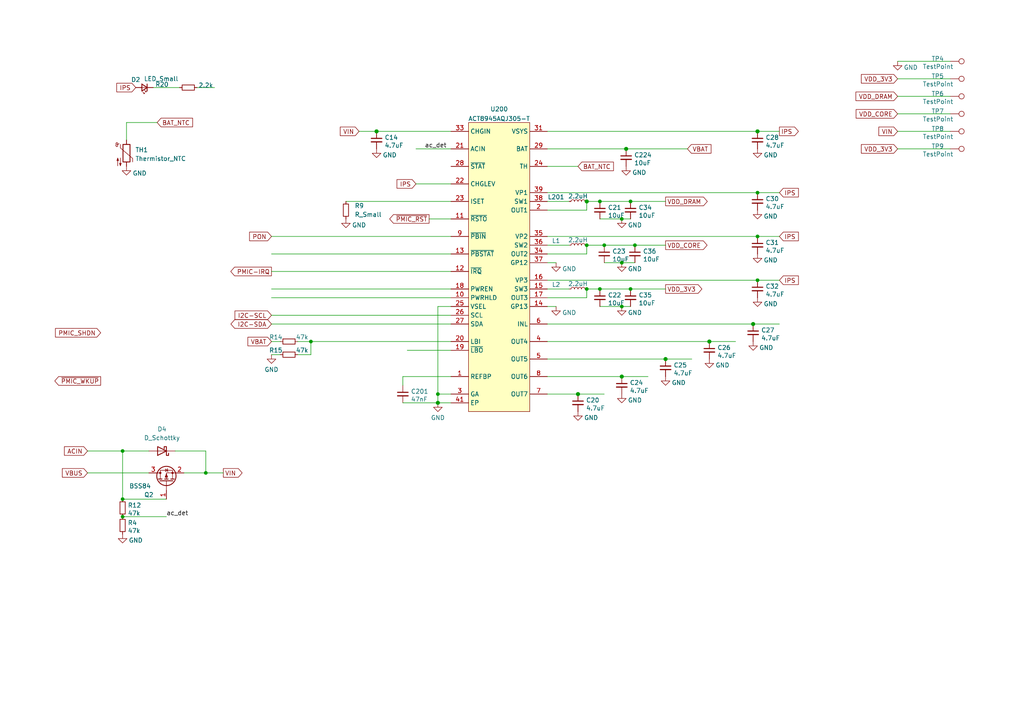
<source format=kicad_sch>
(kicad_sch (version 20250114) (generator "eeschema") (generator_version "9.0")
  (paper "A4")
  (lib_symbols
    (symbol "Connector:TestPoint" (pin_numbers (hide yes)) (pin_names (offset 0.762) (hide yes))
      (property "Reference" "TP" (at 0 6.858 0))
      (property "Value" "TestPoint" (at 0 5.08 0))
      (symbol "TestPoint_0_1"
        (circle (center 0 3.302) (radius 0.762))
      )
      (symbol "TestPoint_1_1"
        (pin passive line (at 0 0 90) (length 2.54) (name "1") (number "1"))
      )
    )
    (symbol "Device:C_Small" (pin_numbers (hide yes)) (pin_names (offset 0.254) (hide yes))
      (property "Reference" "C" (at 0.254 1.778 0))
      (property "Value" "C_Small" (at 0.254 -2.032 0))
      (symbol "C_Small_0_1"
        (polyline (pts (xy -1.524 0.508) (xy 1.524 0.508)) (stroke (width 0.3048)))
        (polyline (pts (xy -1.524 -0.508) (xy 1.524 -0.508)) (stroke (width 0.3302)))
      )
      (symbol "C_Small_1_1"
        (pin passive line (at 0 2.54 270) (length 2.032) (name "~") (number "1"))
        (pin passive line (at 0 -2.54 90) (length 2.032) (name "~") (number "2"))
      )
    )
    (symbol "Device:D_Schottky" (pin_numbers (hide yes)) (pin_names (offset 1.016) (hide yes))
      (property "Reference" "D" (at 0 2.54 0))
      (property "Value" "D_Schottky" (at 0 -2.54 0))
      (symbol "D_Schottky_0_1"
        (polyline (pts (xy -1.905 0.635) (xy -1.905 1.27) (xy -1.27 1.27) (xy -1.27 -1.27) (xy -0.635 -1.27) (xy -0.635 -0.635)) (stroke (width 0.254)))
        (polyline (pts (xy 1.27 1.27) (xy 1.27 -1.27) (xy -1.27 0) (xy 1.27 1.27)) (stroke (width 0.254)))
        (polyline (pts (xy 1.27 0) (xy -1.27 0)))
      )
      (symbol "D_Schottky_1_1"
        (pin passive line (at -3.81 0 0) (length 2.54) (name "K") (number "1"))
        (pin passive line (at 3.81 0 180) (length 2.54) (name "A") (number "2"))
      )
    )
    (symbol "Device:LED_Small" (pin_numbers (hide yes)) (pin_names (offset 0.254) (hide yes))
      (property "Reference" "D" (at -1.27 3.175 0))
      (property "Value" "LED_Small" (at -4.445 -2.54 0))
      (symbol "LED_Small_0_1"
        (polyline (pts (xy -0.762 -1.016) (xy -0.762 1.016)) (stroke (width 0.254)))
        (polyline (pts (xy 0 0.762) (xy -0.508 1.27) (xy -0.254 1.27) (xy -0.508 1.27) (xy -0.508 1.016)))
        (polyline (pts (xy 0.508 1.27) (xy 0 1.778) (xy 0.254 1.778) (xy 0 1.778) (xy 0 1.524)))
        (polyline (pts (xy 0.762 -1.016) (xy -0.762 0) (xy 0.762 1.016) (xy 0.762 -1.016)) (stroke (width 0.254)))
        (polyline (pts (xy 1.016 0) (xy -0.762 0)))
      )
      (symbol "LED_Small_1_1"
        (pin passive line (at -2.54 0 0) (length 1.778) (name "K") (number "1"))
        (pin passive line (at 2.54 0 180) (length 1.778) (name "A") (number "2"))
      )
    )
    (symbol "Device:L_Small" (pin_numbers (hide yes)) (pin_names (offset 0.254) (hide yes))
      (property "Reference" "L" (at 0.762 1.016 0))
      (property "Value" "L_Small" (at 0.762 -1.016 0))
      (symbol "L_Small_0_1"
        (arc (start 0 2.032) (mid 0.5058 1.524) (end 0 1.016))
        (arc (start 0 1.016) (mid 0.5058 0.508) (end 0 0))
        (arc (start 0 0) (mid 0.5058 -0.508) (end 0 -1.016))
        (arc (start 0 -1.016) (mid 0.5058 -1.524) (end 0 -2.032))
      )
      (symbol "L_Small_1_1"
        (pin passive line (at 0 2.54 270) (length 0.508) (name "~") (number "1"))
        (pin passive line (at 0 -2.54 90) (length 0.508) (name "~") (number "2"))
      )
    )
    (symbol "Device:R_Small" (pin_numbers (hide yes)) (pin_names (offset 0.254) (hide yes))
      (property "Reference" "R" (at 0.762 0.508 0))
      (property "Value" "R_Small" (at 0.762 -1.016 0))
      (symbol "R_Small_0_1"
        (rectangle (start -0.762 1.778) (end 0.762 -1.778) (stroke (width 0.2032)))
      )
      (symbol "R_Small_1_1"
        (pin passive line (at 0 2.54 270) (length 0.762) (name "~") (number "1"))
        (pin passive line (at 0 -2.54 90) (length 0.762) (name "~") (number "2"))
      )
    )
    (symbol "Device:Thermistor_NTC" (pin_numbers (hide yes)) (pin_names (offset 0))
      (property "Reference" "TH" (at -4.445 0 90))
      (property "Value" "Thermistor_NTC" (at 3.175 0 90))
      (symbol "Thermistor_NTC_0_1"
        (arc (start -3.175 2.413) (mid -3.0505 2.3165) (end -3.048 2.159))
        (arc (start -3.048 2.794) (mid -2.9736 2.9736) (end -2.794 3.048))
        (arc (start -2.794 3.048) (mid -2.6144 2.9736) (end -2.54 2.794))
        (arc (start -2.794 2.54) (mid -2.9736 2.6144) (end -3.048 2.794))
        (arc (start -2.794 1.905) (mid -2.9736 1.9794) (end -3.048 2.159))
        (arc (start -2.54 2.159) (mid -2.6144 1.9794) (end -2.794 1.905))
        (arc (start -2.159 2.794) (mid -2.434 2.5608) (end -2.794 2.54))
        (polyline (pts (xy -2.54 2.159) (xy -2.54 2.794)))
        (polyline (pts (xy -2.54 -3.683) (xy -2.54 -1.397) (xy -2.794 -2.159) (xy -2.286 -2.159) (xy -2.54 -1.397) (xy -2.54 -1.651)) (fill (type outline)))
        (polyline (pts (xy -1.778 2.54) (xy -1.778 1.524) (xy 1.778 -1.524) (xy 1.778 -2.54)))
        (polyline (pts (xy -1.778 -1.397) (xy -1.778 -3.683) (xy -2.032 -2.921) (xy -1.524 -2.921) (xy -1.778 -3.683) (xy -1.778 -3.429)) (fill (type outline)))
        (rectangle (start -1.016 2.54) (end 1.016 -2.54) (stroke (width 0.254)))
      )
      (symbol "Thermistor_NTC_1_1"
        (pin passive line (at 0 3.81 270) (length 1.27) (name "~") (number "1"))
        (pin passive line (at 0 -3.81 90) (length 1.27) (name "~") (number "2"))
      )
    )
    (symbol "Transistor_FET:BSS84" (pin_names (hide yes))
      (property "Reference" "Q" (at 5.08 1.905 0))
      (property "Value" "BSS84" (at 5.08 0 0))
      (symbol "BSS84_0_1"
        (polyline (pts (xy 0.254 1.905) (xy 0.254 -1.905)) (stroke (width 0.254)))
        (polyline (pts (xy 0.254 0) (xy -2.54 0)))
        (polyline (pts (xy 0.762 2.286) (xy 0.762 1.27)) (stroke (width 0.254)))
        (polyline (pts (xy 0.762 1.778) (xy 3.302 1.778) (xy 3.302 -1.778) (xy 0.762 -1.778)))
        (polyline (pts (xy 0.762 0.508) (xy 0.762 -0.508)) (stroke (width 0.254)))
        (polyline (pts (xy 0.762 -1.27) (xy 0.762 -2.286)) (stroke (width 0.254)))
        (circle (center 1.651 0) (radius 2.794) (stroke (width 0.254)))
        (polyline (pts (xy 2.286 0) (xy 1.27 0.381) (xy 1.27 -0.381) (xy 2.286 0)) (fill (type outline)))
        (polyline (pts (xy 2.54 2.54) (xy 2.54 1.778)))
        (circle (center 2.54 1.778) (radius 0.254) (fill (type outline)))
        (circle (center 2.54 -1.778) (radius 0.254) (fill (type outline)))
        (polyline (pts (xy 2.54 -2.54) (xy 2.54 0) (xy 0.762 0)))
        (polyline (pts (xy 2.794 -0.508) (xy 2.921 -0.381) (xy 3.683 -0.381) (xy 3.81 -0.254)))
        (polyline (pts (xy 3.302 -0.381) (xy 2.921 0.254) (xy 3.683 0.254) (xy 3.302 -0.381)))
      )
      (symbol "BSS84_1_1"
        (pin input line (at -5.08 0 0) (length 2.54) (name "G") (number "1"))
        (pin passive line (at 2.54 5.08 270) (length 2.54) (name "D") (number "3"))
        (pin passive line (at 2.54 -5.08 90) (length 2.54) (name "S") (number "2"))
      )
    )
    (symbol "power:GND" (power) (pin_names (offset 0))
      (property "Value" "GND" (at 0 -3.81 0))
      (symbol "GND_0_1"
        (polyline (pts (xy 0 0) (xy 0 -1.27) (xy 1.27 -1.27) (xy 0 -2.54) (xy -1.27 -1.27) (xy 0 -1.27)))
      )
      (symbol "GND_1_1"
        (pin power_in line (at 0 0 270) (length 0) (hide yes) (name "GND") (number "1"))
      )
    )
    (symbol "qorvo:ACT8945A"
      (property "Reference" "U" (at -3.81 2.54 0))
      (property "Value" "ACT8945A" (at 5.08 2.54 0))
      (symbol "ACT8945A_0_1"
        (rectangle (start -10.16 0) (end 7.62 -83.82) (stroke (width 0.1524)) (fill (type background)))
      )
      (symbol "ACT8945A_1_1"
        (pin passive line (at -15.24 -2.54 0) (length 5.08) (name "CHGIN") (number "33"))
        (pin passive line (at -15.24 -7.62 0) (length 5.08) (name "ACIN") (number "21"))
        (pin passive line (at -15.24 -12.7 0) (length 5.08) (name "~{STAT}") (number "28"))
        (pin passive line (at -15.24 -17.78 0) (length 5.08) (name "CHGLEV") (number "22"))
        (pin passive line (at -15.24 -22.86 0) (length 5.08) (name "ISET") (number "23"))
        (pin passive line (at -15.24 -27.94 0) (length 5.08) (name "~{RSTO}") (number "11"))
        (pin passive line (at -15.24 -33.02 0) (length 5.08) (name "~{PBIN}") (number "9"))
        (pin passive line (at -15.24 -38.1 0) (length 5.08) (name "~{PBSTAT}") (number "13"))
        (pin passive line (at -15.24 -43.18 0) (length 5.08) (name "~{IRQ}") (number "12"))
        (pin passive line (at -15.24 -48.26 0) (length 5.08) (name "PWREN") (number "18"))
        (pin passive line (at -15.24 -50.8 0) (length 5.08) (name "PWRHLD") (number "10"))
        (pin passive line (at -15.24 -53.34 0) (length 5.08) (name "VSEL") (number "25"))
        (pin passive line (at -15.24 -55.88 0) (length 5.08) (name "SCL") (number "26"))
        (pin passive line (at -15.24 -58.42 0) (length 5.08) (name "SDA") (number "27"))
        (pin passive line (at -15.24 -63.5 0) (length 5.08) (name "LBI") (number "20"))
        (pin passive line (at -15.24 -66.04 0) (length 5.08) (name "~{LBO}") (number "19"))
        (pin passive line (at -15.24 -73.66 0) (length 5.08) (name "REFBP") (number "1"))
        (pin passive line (at -15.24 -78.74 0) (length 5.08) (name "GA") (number "3"))
        (pin passive line (at -15.24 -81.28 0) (length 5.08) (name "EP") (number "41"))
        (pin passive line (at 12.7 -2.54 180) (length 5.08) (name "VSYS") (number "31"))
        (pin passive line (at 12.7 -2.54 180) (length 5.08) (hide yes) (name "VSYS") (number "32"))
        (pin passive line (at 12.7 -7.62 180) (length 5.08) (name "BAT") (number "29"))
        (pin passive line (at 12.7 -7.62 180) (length 5.08) (hide yes) (name "BAT") (number "30"))
        (pin passive line (at 12.7 -12.7 180) (length 5.08) (name "TH") (number "24"))
        (pin passive line (at 12.7 -20.32 180) (length 5.08) (name "VP1") (number "39"))
        (pin passive line (at 12.7 -22.86 180) (length 5.08) (name "SW1") (number "38"))
        (pin passive line (at 12.7 -25.4 180) (length 5.08) (name "OUT1") (number "2"))
        (pin passive line (at 12.7 -33.02 180) (length 5.08) (name "VP2") (number "35"))
        (pin passive line (at 12.7 -35.56 180) (length 5.08) (name "SW2") (number "36"))
        (pin passive line (at 12.7 -38.1 180) (length 5.08) (name "OUT2") (number "34"))
        (pin passive line (at 12.7 -40.64 180) (length 5.08) (name "GP12") (number "37"))
        (pin passive line (at 12.7 -45.72 180) (length 5.08) (name "VP3") (number "16"))
        (pin passive line (at 12.7 -48.26 180) (length 5.08) (name "SW3") (number "15"))
        (pin passive line (at 12.7 -50.8 180) (length 5.08) (name "OUT3") (number "17"))
        (pin passive line (at 12.7 -53.34 180) (length 5.08) (name "GP13") (number "14"))
        (pin passive line (at 12.7 -58.42 180) (length 5.08) (name "INL") (number "6"))
        (pin passive line (at 12.7 -63.5 180) (length 5.08) (name "OUT4") (number "4"))
        (pin passive line (at 12.7 -68.58 180) (length 5.08) (name "OUT5") (number "5"))
        (pin passive line (at 12.7 -73.66 180) (length 5.08) (name "OUT6") (number "8"))
        (pin passive line (at 12.7 -78.74 180) (length 5.08) (name "OUT7") (number "7"))
      )
    )
  )
  (junction (at 127 116.84) (diameter 1.016))
  (junction (at 109.22 38.1) (diameter 1.016))
  (junction (at 170.18 71.12))
  (junction (at 193.04 104.14) (diameter 1.016))
  (junction (at 90.17 99.06))
  (junction (at 170.18 58.42) (diameter 1.016))
  (junction (at 180.34 63.5))
  (junction (at 127 114.3))
  (junction (at 205.74 99.06) (diameter 1.016))
  (junction (at 35.56 149.86))
  (junction (at 219.71 38.1) (diameter 1.016))
  (junction (at 59.69 137.16))
  (junction (at 219.71 55.88))
  (junction (at 170.18 83.82))
  (junction (at 219.71 81.28))
  (junction (at 182.88 58.42))
  (junction (at 173.99 83.82))
  (junction (at 167.64 114.3) (diameter 1.016))
  (junction (at 184.15 71.12))
  (junction (at 175.26 71.12))
  (junction (at 218.44 93.98) (diameter 1.016))
  (junction (at 180.34 76.2))
  (junction (at 35.56 144.78))
  (junction (at 180.34 109.22) (diameter 1.016))
  (junction (at 35.56 130.81))
  (junction (at 181.61 43.18) (diameter 1.016))
  (junction (at 180.34 88.9))
  (junction (at 219.71 68.58))
  (junction (at 173.99 58.42))
  (junction (at 182.88 83.82))
  (wire (pts (xy 45.5797 35.5364) (xy 36.6897 35.5364)))
  (wire (pts (xy 193.04 104.14) (xy 200.66 104.14)))
  (wire (pts (xy 181.61 43.18) (xy 199.39 43.18)))
  (wire (pts (xy 158.75 43.18) (xy 181.61 43.18)))
  (wire (pts (xy 50.8 130.81) (xy 59.69 130.81)))
  (wire (pts (xy 180.34 76.2) (xy 184.15 76.2)))
  (wire (pts (xy 175.26 76.2) (xy 180.34 76.2)))
  (wire (pts (xy 219.71 38.1) (xy 226.06 38.1)))
  (wire (pts (xy 158.75 38.1) (xy 219.71 38.1)))
  (wire (pts (xy 78.74 83.82) (xy 130.81 83.82)))
  (wire (pts (xy 219.71 68.58) (xy 226.06 68.58)))
  (wire (pts (xy 127 116.84) (xy 130.81 116.84)))
  (wire (pts (xy 260.35 27.94) (xy 275.59 27.94)))
  (wire (pts (xy 116.84 109.22) (xy 130.81 109.22)))
  (wire (pts (xy 78.74 99.06) (xy 81.28 99.06)))
  (wire (pts (xy 57.15 25.4) (xy 62.23 25.4)))
  (wire (pts (xy 78.74 86.36) (xy 130.81 86.36)))
  (wire (pts (xy 158.75 71.12) (xy 165.1 71.12)))
  (wire (pts (xy 86.36 99.06) (xy 90.17 99.06)))
  (wire (pts (xy 158.75 60.96) (xy 170.18 60.96)))
  (wire (pts (xy 170.18 58.42) (xy 170.18 60.96)))
  (wire (pts (xy 78.74 91.44) (xy 130.81 91.44)))
  (wire (pts (xy 173.99 88.9) (xy 180.34 88.9)))
  (wire (pts (xy 260.35 22.86) (xy 275.59 22.86)))
  (wire (pts (xy 116.84 116.84) (xy 127 116.84)))
  (wire (pts (xy 104.14 38.1) (xy 109.22 38.1)))
  (wire (pts (xy 109.22 38.1) (xy 130.81 38.1)))
  (wire (pts (xy 120.65 43.18) (xy 130.81 43.18)))
  (wire (pts (xy 25.4 137.16) (xy 43.18 137.16)))
  (wire (pts (xy 118.11 101.6) (xy 130.81 101.6)))
  (wire (pts (xy 90.17 99.06) (xy 130.81 99.06)))
  (wire (pts (xy 158.75 81.28) (xy 219.71 81.28)))
  (wire (pts (xy 173.99 63.5) (xy 180.34 63.5)))
  (wire (pts (xy 180.34 63.5) (xy 182.88 63.5)))
  (wire (pts (xy 158.75 58.42) (xy 165.1 58.42)))
  (wire (pts (xy 124.46 63.5) (xy 130.81 63.5)))
  (wire (pts (xy 180.34 88.9) (xy 182.88 88.9)))
  (wire (pts (xy 184.15 71.12) (xy 193.04 71.12)))
  (wire (pts (xy 170.18 71.12) (xy 175.26 71.12)))
  (wire (pts (xy 175.26 71.12) (xy 184.15 71.12)))
  (wire (pts (xy 59.69 130.81) (xy 59.69 137.16)))
  (wire (pts (xy 35.56 130.81) (xy 43.18 130.81)))
  (wire (pts (xy 78.74 73.66) (xy 130.81 73.66)))
  (wire (pts (xy 35.56 144.78) (xy 35.56 130.81)))
  (wire (pts (xy 158.75 88.9) (xy 161.29 88.9)))
  (wire (pts (xy 158.75 83.82) (xy 165.1 83.82)))
  (wire (pts (xy 86.36 102.87) (xy 90.17 102.87)))
  (wire (pts (xy 120.65 53.34) (xy 130.81 53.34)))
  (wire (pts (xy 158.75 68.58) (xy 219.71 68.58)))
  (wire (pts (xy 158.75 76.2) (xy 161.29 76.2)))
  (wire (pts (xy 35.56 149.86) (xy 48.26 149.86)))
  (wire (pts (xy 205.74 99.06) (xy 213.36 99.06)))
  (wire (pts (xy 158.75 109.22) (xy 180.34 109.22)))
  (wire (pts (xy 116.84 109.22) (xy 116.84 111.76)))
  (wire (pts (xy 260.35 38.1) (xy 275.59 38.1)))
  (wire (pts (xy 130.81 88.9) (xy 127 88.9)))
  (wire (pts (xy 182.88 58.42) (xy 193.04 58.42)))
  (wire (pts (xy 170.18 58.42) (xy 173.99 58.42)))
  (wire (pts (xy 173.99 58.42) (xy 182.88 58.42)))
  (wire (pts (xy 90.17 99.06) (xy 90.17 102.87)))
  (wire (pts (xy 78.74 93.98) (xy 130.81 93.98)))
  (wire (pts (xy 158.75 104.14) (xy 193.04 104.14)))
  (wire (pts (xy 260.35 43.18) (xy 275.59 43.18)))
  (wire (pts (xy 180.34 109.22) (xy 187.96 109.22)))
  (wire (pts (xy 260.35 17.78) (xy 275.59 17.78)))
  (wire (pts (xy 158.75 55.88) (xy 219.71 55.88)))
  (wire (pts (xy 158.75 48.26) (xy 167.64 48.26)))
  (wire (pts (xy 78.74 78.74) (xy 130.81 78.74)))
  (wire (pts (xy 182.88 83.82) (xy 193.04 83.82)))
  (wire (pts (xy 170.18 83.82) (xy 173.99 83.82)))
  (wire (pts (xy 173.99 83.82) (xy 182.88 83.82)))
  (wire (pts (xy 158.75 99.06) (xy 205.74 99.06)))
  (wire (pts (xy 100.33 58.42) (xy 130.81 58.42)))
  (wire (pts (xy 158.75 73.66) (xy 170.18 73.66)))
  (wire (pts (xy 170.18 71.12) (xy 170.18 73.66)))
  (wire (pts (xy 219.71 55.88) (xy 226.06 55.88)))
  (wire (pts (xy 127 88.9) (xy 127 114.3)))
  (wire (pts (xy 25.4 130.81) (xy 35.56 130.81)))
  (wire (pts (xy 219.71 81.28) (xy 226.06 81.28)))
  (wire (pts (xy 218.44 93.98) (xy 226.06 93.98)))
  (wire (pts (xy 158.75 93.98) (xy 218.44 93.98)))
  (wire (pts (xy 48.26 144.78) (xy 35.56 144.78)))
  (wire (pts (xy 260.35 33.02) (xy 275.59 33.02)))
  (wire (pts (xy 158.75 114.3) (xy 167.64 114.3)))
  (wire (pts (xy 59.69 137.16) (xy 53.34 137.16)))
  (wire (pts (xy 78.74 102.87) (xy 81.28 102.87)))
  (wire (pts (xy 167.64 114.3) (xy 175.26 114.3)))
  (wire (pts (xy 44.45 25.4) (xy 52.07 25.4)))
  (wire (pts (xy 36.6897 35.5364) (xy 36.6897 40.6164)))
  (wire (pts (xy 170.18 86.36) (xy 170.18 83.82)))
  (wire (pts (xy 158.75 86.36) (xy 170.18 86.36)))
  (wire (pts (xy 59.69 137.16) (xy 64.77 137.16)))
  (wire (pts (xy 130.81 114.3) (xy 127 114.3)))
  (wire (pts (xy 127 114.3) (xy 127 116.84)))
  (wire (pts (xy 78.74 68.58) (xy 130.81 68.58)))
  (label "ac_det" (at 48.26 149.86 0))
  (label "ac_det" (at 123.19 43.18 0))
  (global_label "VBAT" (shape input) (at 199.39 43.18 0) (property "Intersheetrefs" "${INTERSHEET_REFS}" (effects (hide yes))))
  (global_label "BAT_NTC" (shape input) (at 45.5797 35.5364 0) (property "Intersheetrefs" "${INTERSHEET_REFS}" (effects (hide yes))))
  (global_label "ACIN" (shape input) (at 25.4 130.81 180) (property "Intersheetrefs" "${INTERSHEET_REFS}" (effects (hide yes))))
  (global_label "I2C-SDA" (shape bidirectional) (at 78.74 93.98 180) (property "Intersheetrefs" "${INTERSHEET_REFS}" (effects (hide yes))))
  (global_label "VDD_DRAM" (shape output) (at 193.04 58.42 0) (property "Intersheetrefs" "${INTERSHEET_REFS}" (effects (hide yes))))
  (global_label "VDD_3V3" (shape output) (at 193.04 83.82 0) (property "Intersheetrefs" "${INTERSHEET_REFS}" (effects (hide yes))))
  (global_label "I2C-SCL" (shape input) (at 78.74 91.44 180) (property "Intersheetrefs" "${INTERSHEET_REFS}" (effects (hide yes))))
  (global_label "VDD_3V3" (shape input) (at 260.35 43.18 180) (property "Intersheetrefs" "${INTERSHEET_REFS}" (effects (hide yes))))
  (global_label "IPS" (shape input) (at 120.65 53.34 180) (property "Intersheetrefs" "${INTERSHEET_REFS}" (effects (hide yes))))
  (global_label "~{PMIC_WKUP}" (shape output) (at 29.21 110.49 180) (property "Intersheetrefs" "${INTERSHEET_REFS}" (effects (hide yes))))
  (global_label "VDD_CORE" (shape output) (at 193.04 71.12 0) (property "Intersheetrefs" "${INTERSHEET_REFS}" (effects (hide yes))))
  (global_label "BAT_NTC" (shape input) (at 167.64 48.26 0) (property "Intersheetrefs" "${INTERSHEET_REFS}" (effects (hide yes))))
  (global_label "VIN" (shape output) (at 64.77 137.16 0) (property "Intersheetrefs" "${INTERSHEET_REFS}" (effects (hide yes))))
  (global_label "VIN" (shape input) (at 260.35 38.1 180) (property "Intersheetrefs" "${INTERSHEET_REFS}" (effects (hide yes))))
  (global_label "IPS" (shape input) (at 226.06 68.58 0) (property "Intersheetrefs" "${INTERSHEET_REFS}" (effects (hide yes))))
  (global_label "VBAT" (shape input) (at 78.74 99.06 180) (property "Intersheetrefs" "${INTERSHEET_REFS}" (effects (hide yes))))
  (global_label "VDD_CORE" (shape input) (at 260.35 33.02 180) (property "Intersheetrefs" "${INTERSHEET_REFS}" (effects (hide yes))))
  (global_label "IPS" (shape input) (at 226.06 81.28 0) (property "Intersheetrefs" "${INTERSHEET_REFS}" (effects (hide yes))))
  (global_label "VDD_DRAM" (shape input) (at 260.35 27.94 180) (property "Intersheetrefs" "${INTERSHEET_REFS}" (effects (hide yes))))
  (global_label "VIN" (shape input) (at 104.14 38.1 180) (property "Intersheetrefs" "${INTERSHEET_REFS}" (effects (hide yes))))
  (global_label "VDD_3V3" (shape input) (at 260.35 22.86 180) (property "Intersheetrefs" "${INTERSHEET_REFS}" (effects (hide yes))))
  (global_label "PON" (shape input) (at 78.74 68.58 180) (property "Intersheetrefs" "${INTERSHEET_REFS}" (effects (hide yes))))
  (global_label "VBUS" (shape input) (at 25.4 137.16 180) (property "Intersheetrefs" "${INTERSHEET_REFS}" (effects (hide yes))))
  (global_label "~{PMIC_RST}" (shape output) (at 124.46 63.5 180) (property "Intersheetrefs" "${INTERSHEET_REFS}" (effects (hide yes))))
  (global_label "IPS" (shape output) (at 226.06 38.1 0) (property "Intersheetrefs" "${INTERSHEET_REFS}" (effects (hide yes))))
  (global_label "IPS" (shape input) (at 226.06 55.88 0) (property "Intersheetrefs" "${INTERSHEET_REFS}" (effects (hide yes))))
  (global_label "IPS" (shape input) (at 39.37 25.4 180) (property "Intersheetrefs" "${INTERSHEET_REFS}" (effects (hide yes))))
  (global_label "PMIC_SHDN" (shape input) (at 29.21 96.52 180) (property "Intersheetrefs" "${INTERSHEET_REFS}" (effects (hide yes))))
  (global_label "PMIC-IRQ" (shape output) (at 78.74 78.74 180) (property "Intersheetrefs" "${INTERSHEET_REFS}" (effects (hide yes))))
  (symbol (lib_id "Device:C_Small") (at 175.26 73.66 0) (unit 1)
    (property "Reference" "C23" (at 177.5842 72.8991 0) (effects (justify left)))
    (property "Value" "10uF" (at 177.5842 75.1978 0) (effects (justify left)))
    (property "Footprint" "Capacitor_SMD:C_0603_1608Metric" (effects (hide yes)))
    (property "Datasheet" "~{}" (effects (hide yes)))
  )
  (symbol (lib_id "power:GND") (at 161.29 76.2 0) (unit 1)
    (property "Reference" "#PWR0108" (effects (hide yes)))
    (property "Value" "GND" (at 165.1 77.9844 0))
  )
  (symbol (lib_id "power:GND") (at 219.71 60.96 0) (unit 1)
    (property "Reference" "#PWR0145" (effects (hide yes)))
    (property "Value" "GND" (at 223.52 62.7444 0))
  )
  (symbol (lib_id "power:GND") (at 219.71 86.36 0) (unit 1)
    (property "Reference" "#PWR0133" (effects (hide yes)))
    (property "Value" "GND" (at 223.52 88.1444 0))
  )
  (symbol (lib_id "Device:C_Small") (at 180.34 111.76 0) (unit 1)
    (property "Reference" "C24" (at 182.6642 110.9991 0) (effects (justify left)))
    (property "Value" "4.7uF" (at 182.6642 113.2978 0) (effects (justify left)))
    (property "Footprint" "Capacitor_SMD:C_0603_1608Metric" (effects (hide yes)))
    (property "Datasheet" "~{}" (effects (hide yes)))
  )
  (symbol (lib_id "Device:R_Small") (at 83.82 99.06 90) (unit 1)
    (property "Reference" "R14" (at 80.01 97.79 90))
    (property "Value" "47k" (at 87.63 97.79 90))
    (property "Footprint" "Resistor_SMD:R_0402_1005Metric" (effects (hide yes)))
    (property "Datasheet" "~{}" (effects (hide yes)))
  )
  (symbol (lib_id "power:GND") (at 36.6897 48.2364 0) (unit 1)
    (property "Reference" "#PWR0175" (effects (hide yes)))
    (property "Value" "GND" (at 40.4997 50.259 0))
  )
  (symbol (lib_id "power:GND") (at 167.64 119.38 0) (unit 1)
    (property "Reference" "#PWR0144" (effects (hide yes)))
    (property "Value" "GND" (at 171.45 121.1644 0))
  )
  (symbol (lib_id "Device:C_Small") (at 219.71 71.12 0) (unit 1)
    (property "Reference" "C31" (at 222.0342 70.3591 0) (effects (justify left)))
    (property "Value" "4.7uF" (at 222.0342 72.6578 0) (effects (justify left)))
    (property "Footprint" "Capacitor_SMD:C_0402_1005Metric" (effects (hide yes)))
    (property "Datasheet" "~{}" (effects (hide yes)))
  )
  (symbol (lib_id "power:GND") (at 180.34 63.5 0) (unit 1)
    (property "Reference" "#PWR0138" (effects (hide yes)))
    (property "Value" "GND" (at 184.15 65.2844 0))
  )
  (symbol (lib_id "power:GND") (at 260.35 17.78 0) (unit 1)
    (property "Reference" "#PWR0126" (effects (hide yes)))
    (property "Value" "GND" (at 264.16 19.5644 0))
  )
  (symbol (lib_id "Connector:TestPoint") (at 275.59 33.02 270) (unit 1)
    (property "Reference" "TP7" (at 270.1291 32.2591 90) (effects (justify left)))
    (property "Value" "TestPoint" (at 267.5891 34.5578 90) (effects (justify left)))
    (property "Footprint" "TestPoint:TestPoint_Pad_D1.0mm" (effects (hide yes)))
    (property "Datasheet" "~{}" (effects (hide yes)))
  )
  (symbol (lib_id "Device:R_Small") (at 83.82 102.87 90) (unit 1)
    (property "Reference" "R15" (at 80.01 101.6 90))
    (property "Value" "47k" (at 87.63 101.6 90))
    (property "Footprint" "Resistor_SMD:R_0402_1005Metric" (effects (hide yes)))
    (property "Datasheet" "~{}" (effects (hide yes)))
  )
  (symbol (lib_id "power:GND") (at 100.33 63.5 0) (unit 1)
    (property "Reference" "#PWR0110" (effects (hide yes)))
    (property "Value" "GND" (at 104.14 65.2844 0))
  )
  (symbol (lib_id "power:GND") (at 218.44 99.06 0) (unit 1)
    (property "Reference" "#PWR0136" (effects (hide yes)))
    (property "Value" "GND" (at 222.25 100.8444 0))
  )
  (symbol (lib_id "power:GND") (at 109.22 43.18 0) (unit 1)
    (property "Reference" "#PWR0109" (effects (hide yes)))
    (property "Value" "GND" (at 113.03 44.9644 0))
  )
  (symbol (lib_id "Device:L_Small") (at 167.64 83.82 90) (unit 1)
    (property "Reference" "L2" (at 161.29 82.5458 90))
    (property "Value" "2.2uH" (at 167.64 82.3045 90))
    (property "Footprint" "Inductor_SMD:L_Wuerth_MAPI-2510" (effects (hide yes)))
    (property "Datasheet" "~{}" (effects (hide yes)))
  )
  (symbol (lib_id "Device:R_Small") (at 35.56 152.4 0) (unit 1)
    (property "Reference" "R4" (at 37.0587 151.6391 0) (effects (justify left)))
    (property "Value" "47k" (at 37.0587 153.9378 0) (effects (justify left)))
    (property "Footprint" "Resistor_SMD:R_0402_1005Metric" (effects (hide yes)))
    (property "Datasheet" "~{}" (effects (hide yes)))
  )
  (symbol (lib_id "Device:C_Small") (at 219.71 40.64 0) (unit 1)
    (property "Reference" "C28" (at 222.0342 39.8791 0) (effects (justify left)))
    (property "Value" "4.7uF" (at 222.0342 42.1778 0) (effects (justify left)))
    (property "Footprint" "Capacitor_SMD:C_0402_1005Metric" (effects (hide yes)))
    (property "Datasheet" "~{}" (effects (hide yes)))
  )
  (symbol (lib_id "power:GND") (at 193.04 109.22 0) (unit 1)
    (property "Reference" "#PWR0140" (effects (hide yes)))
    (property "Value" "GND" (at 196.85 111.0044 0))
  )
  (symbol (lib_id "Device:C_Small") (at 193.04 106.68 0) (unit 1)
    (property "Reference" "C25" (at 195.3642 105.9191 0) (effects (justify left)))
    (property "Value" "4.7uF" (at 195.3642 108.2178 0) (effects (justify left)))
    (property "Footprint" "Capacitor_SMD:C_0603_1608Metric" (effects (hide yes)))
    (property "Datasheet" "~{}" (effects (hide yes)))
  )
  (symbol (lib_id "Device:R_Small") (at 54.61 25.4 90) (unit 1)
    (property "Reference" "R20" (at 46.99 24.5068 90))
    (property "Value" "2.2k" (at 59.69 24.7419 90))
    (property "Footprint" "Resistor_SMD:R_0402_1005Metric" (effects (hide yes)))
  )
  (symbol (lib_id "Device:Thermistor_NTC") (at 36.6897 44.4264 0) (unit 1)
    (property "Reference" "TH1" (at 39.2297 43.4738 0) (effects (justify left)))
    (property "Value" "Thermistor_NTC" (at 39.2297 46.0138 0) (effects (justify left)))
    (property "Footprint" "Resistor_SMD:R_0603_1608Metric" (effects (hide yes)))
  )
  (symbol (lib_id "Device:L_Small") (at 167.64 71.12 90) (unit 1)
    (property "Reference" "L1" (at 161.29 69.8458 90))
    (property "Value" "2.2uH" (at 167.64 69.6045 90))
    (property "Footprint" "Inductor_SMD:L_Wuerth_MAPI-2510" (effects (hide yes)))
    (property "Datasheet" "~{}" (effects (hide yes)))
  )
  (symbol (lib_id "power:GND") (at 78.74 102.87 0) (unit 1)
    (property "Reference" "#PWR0148" (effects (hide yes)))
    (property "Value" "GND" (at 78.74 107.1944 0))
  )
  (symbol (lib_id "power:GND") (at 35.56 154.94 0) (unit 1)
    (property "Reference" "#PWR0146" (effects (hide yes)))
    (property "Value" "GND" (at 39.37 156.7244 0))
  )
  (symbol (lib_id "Device:L_Small") (at 167.64 58.42 90) (unit 1)
    (property "Reference" "L201" (at 161.29 57.1458 90))
    (property "Value" "2.2uH" (at 167.64 56.9045 90))
    (property "Footprint" "Inductor_SMD:L_Wuerth_MAPI-2510" (effects (hide yes)))
    (property "Datasheet" "~{}" (effects (hide yes)))
  )
  (symbol (lib_id "Connector:TestPoint") (at 275.59 43.18 270) (unit 1)
    (property "Reference" "TP9" (at 270.1291 42.4191 90) (effects (justify left)))
    (property "Value" "TestPoint" (at 267.5891 44.7178 90) (effects (justify left)))
    (property "Footprint" "TestPoint:TestPoint_Pad_D1.0mm" (effects (hide yes)))
    (property "Datasheet" "~{}" (effects (hide yes)))
  )
  (symbol (lib_id "Connector:TestPoint") (at 275.59 17.78 270) (unit 1)
    (property "Reference" "TP4" (at 270.1291 17.0191 90) (effects (justify left)))
    (property "Value" "TestPoint" (at 267.5891 19.3178 90) (effects (justify left)))
    (property "Footprint" "TestPoint:TestPoint_Pad_D1.0mm" (effects (hide yes)))
    (property "Datasheet" "~{}" (effects (hide yes)))
  )
  (symbol (lib_id "Connector:TestPoint") (at 275.59 27.94 270) (unit 1)
    (property "Reference" "TP6" (at 270.1291 27.1791 90) (effects (justify left)))
    (property "Value" "TestPoint" (at 267.5891 29.4778 90) (effects (justify left)))
    (property "Footprint" "TestPoint:TestPoint_Pad_D1.0mm" (effects (hide yes)))
    (property "Datasheet" "~{}" (effects (hide yes)))
  )
  (symbol (lib_id "Connector:TestPoint") (at 275.59 38.1 270) (unit 1)
    (property "Reference" "TP8" (at 270.1291 37.3391 90) (effects (justify left)))
    (property "Value" "TestPoint" (at 267.5891 39.6378 90) (effects (justify left)))
    (property "Footprint" "TestPoint:TestPoint_Pad_D1.0mm" (effects (hide yes)))
    (property "Datasheet" "~{}" (effects (hide yes)))
  )
  (symbol (lib_id "Device:C_Small") (at 173.99 60.96 0) (unit 1)
    (property "Reference" "C21" (at 176.3142 60.1991 0) (effects (justify left)))
    (property "Value" "10uF" (at 176.3142 62.4978 0) (effects (justify left)))
    (property "Footprint" "Capacitor_SMD:C_0603_1608Metric" (effects (hide yes)))
    (property "Datasheet" "~{}" (effects (hide yes)))
  )
  (symbol (lib_id "power:GND") (at 219.71 43.18 0) (unit 1)
    (property "Reference" "#PWR0139" (effects (hide yes)))
    (property "Value" "GND" (at 223.52 44.9644 0))
  )
  (symbol (lib_id "Device:R_Small") (at 100.33 60.96 0) (unit 1)
    (property "Reference" "R9" (at 102.87 59.6899 0) (effects (justify left)))
    (property "Value" "R_Small" (at 102.87 62.2299 0) (effects (justify left)))
    (property "Footprint" "Resistor_SMD:R_0402_1005Metric" (effects (hide yes)))
  )
  (symbol (lib_id "power:GND") (at 161.29 88.9 0) (unit 1)
    (property "Reference" "#PWR0107" (effects (hide yes)))
    (property "Value" "GND" (at 165.1 90.6844 0))
  )
  (symbol (lib_id "Device:C_Small") (at 219.71 83.82 0) (unit 1)
    (property "Reference" "C32" (at 222.0342 83.0591 0) (effects (justify left)))
    (property "Value" "4.7uF" (at 222.0342 85.3578 0) (effects (justify left)))
    (property "Footprint" "Capacitor_SMD:C_0402_1005Metric" (effects (hide yes)))
    (property "Datasheet" "~{}" (effects (hide yes)))
  )
  (symbol (lib_id "Device:R_Small") (at 35.56 147.32 0) (unit 1)
    (property "Reference" "R12" (at 37.0587 146.5591 0) (effects (justify left)))
    (property "Value" "47k" (at 37.0587 148.8578 0) (effects (justify left)))
    (property "Footprint" "Resistor_SMD:R_0402_1005Metric" (effects (hide yes)))
    (property "Datasheet" "~{}" (effects (hide yes)))
  )
  (symbol (lib_id "power:GND") (at 127 116.84 0) (unit 1)
    (property "Reference" "#PWR0111" (effects (hide yes)))
    (property "Value" "GND" (at 127 121.1644 0))
  )
  (symbol (lib_id "Device:C_Small") (at 173.99 86.36 0) (unit 1)
    (property "Reference" "C22" (at 176.3142 85.5991 0) (effects (justify left)))
    (property "Value" "10uF" (at 176.3142 87.8978 0) (effects (justify left)))
    (property "Footprint" "Capacitor_SMD:C_0603_1608Metric" (effects (hide yes)))
    (property "Datasheet" "~{}" (effects (hide yes)))
  )
  (symbol (lib_id "Device:D_Schottky") (at 46.99 130.81 180) (unit 1)
    (property "Reference" "D4" (at 46.99 124.46 0))
    (property "Value" "D_Schottky" (at 46.99 127 0))
    (property "Footprint" "Diode_SMD:D_SOD-523" (effects (hide yes)))
  )
  (symbol (lib_id "Device:C_Small") (at 182.88 60.96 0) (unit 1)
    (property "Reference" "C34" (at 185.2042 60.1991 0) (effects (justify left)))
    (property "Value" "10uF" (at 185.2042 62.4978 0) (effects (justify left)))
    (property "Footprint" "Capacitor_SMD:C_0603_1608Metric" (effects (hide yes)))
    (property "Datasheet" "~{}" (effects (hide yes)))
  )
  (symbol (lib_id "power:GND") (at 180.34 88.9 0) (unit 1)
    (property "Reference" "#PWR0135" (effects (hide yes)))
    (property "Value" "GND" (at 184.15 90.6844 0))
  )
  (symbol (lib_id "power:GND") (at 180.34 114.3 0) (unit 1)
    (property "Reference" "#PWR0143" (effects (hide yes)))
    (property "Value" "GND" (at 184.15 116.0844 0))
  )
  (symbol (lib_id "Device:C_Small") (at 109.22 40.64 0) (unit 1)
    (property "Reference" "C14" (at 111.5442 39.8791 0) (effects (justify left)))
    (property "Value" "4.7uF" (at 111.5442 42.1778 0) (effects (justify left)))
    (property "Footprint" "Capacitor_SMD:C_0603_1608Metric" (effects (hide yes)))
    (property "Datasheet" "~{}" (effects (hide yes)))
  )
  (symbol (lib_id "Device:LED_Small") (at 41.91 25.4 180) (unit 1)
    (property "Reference" "D2" (at 39.37 23.114 0))
    (property "Value" "LED_Small" (at 46.736 22.86 0))
    (property "Footprint" "LED_SMD:LED_0603_1608Metric" (effects (hide yes)))
  )
  (symbol (lib_id "power:GND") (at 180.34 76.2 0) (unit 1)
    (property "Reference" "#PWR0142" (effects (hide yes)))
    (property "Value" "GND" (at 184.15 77.9844 0))
  )
  (symbol (lib_id "Device:C_Small") (at 116.84 114.3 0) (unit 1)
    (property "Reference" "C201" (at 119.1642 113.5391 0) (effects (justify left)))
    (property "Value" "47nF" (at 119.1642 115.8378 0) (effects (justify left)))
    (property "Footprint" "Capacitor_SMD:C_0402_1005Metric" (effects (hide yes)))
    (property "Datasheet" "~{}" (effects (hide yes)))
  )
  (symbol (lib_id "Device:C_Small") (at 184.15 73.66 0) (unit 1)
    (property "Reference" "C36" (at 186.4742 72.8991 0) (effects (justify left)))
    (property "Value" "10uF" (at 186.4742 75.1978 0) (effects (justify left)))
    (property "Footprint" "Capacitor_SMD:C_0603_1608Metric" (effects (hide yes)))
    (property "Datasheet" "~{}" (effects (hide yes)))
  )
  (symbol (lib_id "Device:C_Small") (at 218.44 96.52 0) (unit 1)
    (property "Reference" "C27" (at 220.7642 95.7591 0) (effects (justify left)))
    (property "Value" "4.7uF" (at 220.7642 98.0578 0) (effects (justify left)))
    (property "Footprint" "Capacitor_SMD:C_0603_1608Metric" (effects (hide yes)))
    (property "Datasheet" "~{}" (effects (hide yes)))
  )
  (symbol (lib_id "Device:C_Small") (at 219.71 58.42 0) (unit 1)
    (property "Reference" "C30" (at 222.0342 57.6591 0) (effects (justify left)))
    (property "Value" "4.7uF" (at 222.0342 59.9578 0) (effects (justify left)))
    (property "Footprint" "Capacitor_SMD:C_0402_1005Metric" (effects (hide yes)))
    (property "Datasheet" "~{}" (effects (hide yes)))
  )
  (symbol (lib_id "Transistor_FET:BSS84") (at 48.26 139.7 90) (unit 1)
    (property "Reference" "Q2" (at 43.18 143.51 90))
    (property "Value" "BSS84" (at 40.64 140.97 90))
    (property "Footprint" "Package_TO_SOT_SMD:SOT-323_SC-70" (effects (hide yes)))
    (property "Datasheet" "http://assets.nexperia.com/documents/data-sheet/BSS84.pdf" (effects (hide yes)))
  )
  (symbol (lib_id "Connector:TestPoint") (at 275.59 22.86 270) (unit 1)
    (property "Reference" "TP5" (at 270.1291 22.0991 90) (effects (justify left)))
    (property "Value" "TestPoint" (at 267.5891 24.3978 90) (effects (justify left)))
    (property "Footprint" "TestPoint:TestPoint_Pad_D1.0mm" (effects (hide yes)))
    (property "Datasheet" "~{}" (effects (hide yes)))
  )
  (symbol (lib_id "Device:C_Small") (at 181.61 45.72 0) (unit 1)
    (property "Reference" "C224" (at 183.9342 44.9591 0) (effects (justify left)))
    (property "Value" "10uF" (at 183.9342 47.2578 0) (effects (justify left)))
    (property "Footprint" "Capacitor_SMD:C_0603_1608Metric" (effects (hide yes)))
    (property "Datasheet" "~{}" (effects (hide yes)))
  )
  (symbol (lib_id "power:GND") (at 205.74 104.14 0) (unit 1)
    (property "Reference" "#PWR0137" (effects (hide yes)))
    (property "Value" "GND" (at 209.55 105.9244 0))
  )
  (symbol (lib_id "Device:C_Small") (at 205.74 101.6 0) (unit 1)
    (property "Reference" "C26" (at 208.0642 100.8391 0) (effects (justify left)))
    (property "Value" "4.7uF" (at 208.0642 103.1378 0) (effects (justify left)))
    (property "Footprint" "Capacitor_SMD:C_0603_1608Metric" (effects (hide yes)))
    (property "Datasheet" "~{}" (effects (hide yes)))
  )
  (symbol (lib_id "qorvo:ACT8945A") (at 146.05 35.56 0) (unit 1)
    (property "Reference" "U200" (at 144.78 31.6442 0))
    (property "Value" "ACT8945AQJ305-T" (at 144.78 34.4193 0))
    (property "Footprint" "Package_DFN_QFN:TQFN-40-1EP_5x5mm_P0.4mm_EP3.5x3.5mm_ThermalVias" (effects (hide yes)))
  )
  (symbol (lib_id "power:GND") (at 181.61 48.26 0) (unit 1)
    (property "Reference" "#PWR0141" (effects (hide yes)))
    (property "Value" "GND" (at 185.42 50.0444 0))
  )
  (symbol (lib_id "power:GND") (at 219.71 73.66 0) (unit 1)
    (property "Reference" "#PWR0117" (effects (hide yes)))
    (property "Value" "GND" (at 223.52 75.4444 0))
  )
  (symbol (lib_id "Device:C_Small") (at 182.88 86.36 0) (unit 1)
    (property "Reference" "C35" (at 185.2042 85.5991 0) (effects (justify left)))
    (property "Value" "10uF" (at 185.2042 87.8978 0) (effects (justify left)))
    (property "Footprint" "Capacitor_SMD:C_0603_1608Metric" (effects (hide yes)))
    (property "Datasheet" "~{}" (effects (hide yes)))
  )
  (symbol (lib_id "Device:C_Small") (at 167.64 116.84 0) (unit 1)
    (property "Reference" "C20" (at 169.9642 116.0791 0) (effects (justify left)))
    (property "Value" "4.7uF" (at 169.9642 118.3778 0) (effects (justify left)))
    (property "Footprint" "Capacitor_SMD:C_0603_1608Metric" (effects (hide yes)))
    (property "Datasheet" "~{}" (effects (hide yes)))
  )
)
</source>
